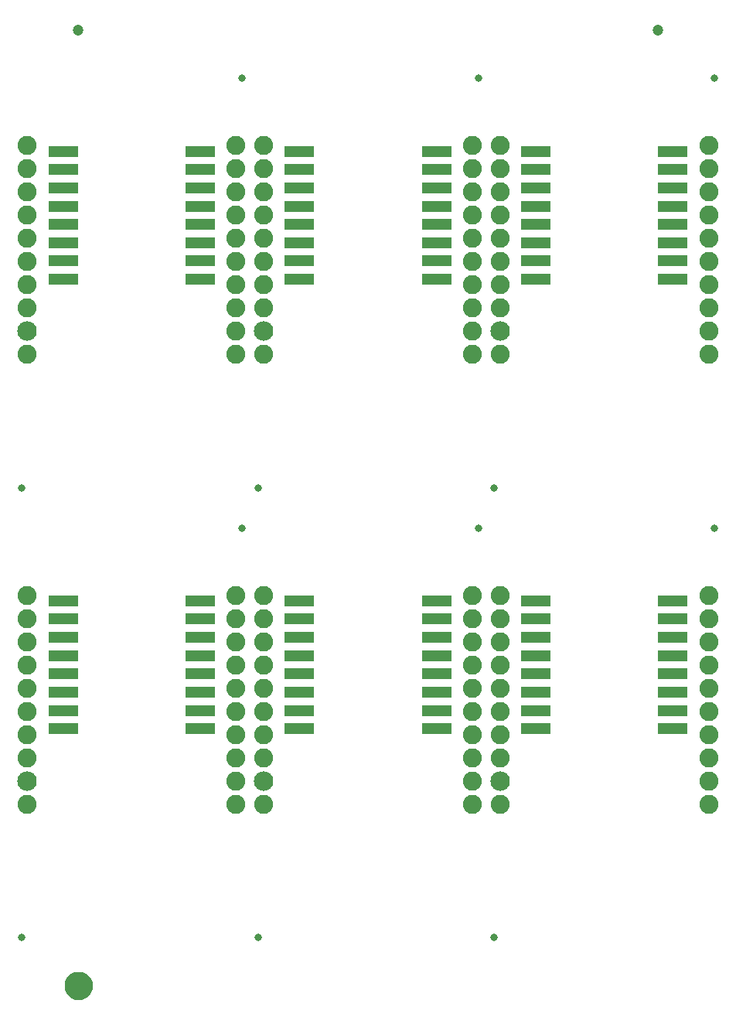
<source format=gbs>
G75*
%MOIN*%
%OFA0B0*%
%FSLAX25Y25*%
%IPPOS*%
%LPD*%
%AMOC8*
5,1,8,0,0,1.08239X$1,22.5*
%
%ADD10C,0.08400*%
%ADD11R,0.12611X0.04737*%
%ADD12C,0.08200*%
%ADD13C,0.03300*%
%ADD14C,0.04737*%
%ADD15C,0.05000*%
%ADD16C,0.06706*%
D10*
X0033500Y0108750D03*
X0135421Y0108750D03*
X0237342Y0108750D03*
X0237342Y0302451D03*
X0135421Y0302451D03*
X0033500Y0302451D03*
D11*
X0048972Y0324892D03*
X0048972Y0332766D03*
X0048972Y0340640D03*
X0048972Y0348514D03*
X0048972Y0356388D03*
X0048972Y0364262D03*
X0048972Y0372136D03*
X0048972Y0380010D03*
X0108028Y0380010D03*
X0108028Y0372136D03*
X0108028Y0364262D03*
X0108028Y0356388D03*
X0108028Y0348514D03*
X0108028Y0340640D03*
X0108028Y0332766D03*
X0108028Y0324892D03*
X0150894Y0324892D03*
X0150894Y0332766D03*
X0150894Y0340640D03*
X0150894Y0348514D03*
X0150894Y0356388D03*
X0150894Y0364262D03*
X0150894Y0372136D03*
X0150894Y0380010D03*
X0209949Y0380010D03*
X0209949Y0372136D03*
X0209949Y0364262D03*
X0209949Y0356388D03*
X0209949Y0348514D03*
X0209949Y0340640D03*
X0209949Y0332766D03*
X0209949Y0324892D03*
X0252815Y0324892D03*
X0252815Y0332766D03*
X0252815Y0340640D03*
X0252815Y0348514D03*
X0252815Y0356388D03*
X0252815Y0364262D03*
X0252815Y0372136D03*
X0252815Y0380010D03*
X0311870Y0380010D03*
X0311870Y0372136D03*
X0311870Y0364262D03*
X0311870Y0356388D03*
X0311870Y0348514D03*
X0311870Y0340640D03*
X0311870Y0332766D03*
X0311870Y0324892D03*
X0311870Y0186309D03*
X0311870Y0178435D03*
X0311870Y0170561D03*
X0311870Y0162687D03*
X0311870Y0154813D03*
X0311870Y0146939D03*
X0311870Y0139065D03*
X0311870Y0131191D03*
X0252815Y0131191D03*
X0252815Y0139065D03*
X0252815Y0146939D03*
X0252815Y0154813D03*
X0252815Y0162687D03*
X0252815Y0170561D03*
X0252815Y0178435D03*
X0252815Y0186309D03*
X0209949Y0186309D03*
X0209949Y0178435D03*
X0209949Y0170561D03*
X0209949Y0162687D03*
X0209949Y0154813D03*
X0209949Y0146939D03*
X0209949Y0139065D03*
X0209949Y0131191D03*
X0150894Y0131191D03*
X0150894Y0139065D03*
X0150894Y0146939D03*
X0150894Y0154813D03*
X0150894Y0162687D03*
X0150894Y0170561D03*
X0150894Y0178435D03*
X0150894Y0186309D03*
X0108028Y0186309D03*
X0108028Y0178435D03*
X0108028Y0170561D03*
X0108028Y0162687D03*
X0108028Y0154813D03*
X0108028Y0146939D03*
X0108028Y0139065D03*
X0108028Y0131191D03*
X0048972Y0131191D03*
X0048972Y0139065D03*
X0048972Y0146939D03*
X0048972Y0154813D03*
X0048972Y0162687D03*
X0048972Y0170561D03*
X0048972Y0178435D03*
X0048972Y0186309D03*
D12*
X0033500Y0188750D03*
X0033500Y0178750D03*
X0033500Y0168750D03*
X0033500Y0158750D03*
X0033500Y0148750D03*
X0033500Y0138750D03*
X0033500Y0128750D03*
X0033500Y0118750D03*
X0033500Y0098750D03*
X0123500Y0098750D03*
X0123500Y0108750D03*
X0123500Y0118750D03*
X0123500Y0128750D03*
X0123500Y0138750D03*
X0123500Y0148750D03*
X0123500Y0158750D03*
X0123500Y0168750D03*
X0123500Y0178750D03*
X0123500Y0188750D03*
X0135421Y0188750D03*
X0135421Y0178750D03*
X0135421Y0168750D03*
X0135421Y0158750D03*
X0135421Y0148750D03*
X0135421Y0138750D03*
X0135421Y0128750D03*
X0135421Y0118750D03*
X0135421Y0098750D03*
X0225421Y0098750D03*
X0225421Y0108750D03*
X0225421Y0118750D03*
X0225421Y0128750D03*
X0225421Y0138750D03*
X0225421Y0148750D03*
X0225421Y0158750D03*
X0225421Y0168750D03*
X0225421Y0178750D03*
X0225421Y0188750D03*
X0237342Y0188750D03*
X0237342Y0178750D03*
X0237342Y0168750D03*
X0237342Y0158750D03*
X0237342Y0148750D03*
X0237342Y0138750D03*
X0237342Y0128750D03*
X0237342Y0118750D03*
X0237342Y0098750D03*
X0327342Y0098750D03*
X0327342Y0108750D03*
X0327342Y0118750D03*
X0327342Y0128750D03*
X0327342Y0138750D03*
X0327342Y0148750D03*
X0327342Y0158750D03*
X0327342Y0168750D03*
X0327342Y0178750D03*
X0327342Y0188750D03*
X0327342Y0292451D03*
X0327342Y0302451D03*
X0327342Y0312451D03*
X0327342Y0322451D03*
X0327342Y0332451D03*
X0327342Y0342451D03*
X0327342Y0352451D03*
X0327342Y0362451D03*
X0327342Y0372451D03*
X0327342Y0382451D03*
X0237342Y0382451D03*
X0237342Y0372451D03*
X0237342Y0362451D03*
X0237342Y0352451D03*
X0237342Y0342451D03*
X0237342Y0332451D03*
X0237342Y0322451D03*
X0237342Y0312451D03*
X0225421Y0312451D03*
X0225421Y0322451D03*
X0225421Y0332451D03*
X0225421Y0342451D03*
X0225421Y0352451D03*
X0225421Y0362451D03*
X0225421Y0372451D03*
X0225421Y0382451D03*
X0225421Y0302451D03*
X0225421Y0292451D03*
X0237342Y0292451D03*
X0135421Y0292451D03*
X0123500Y0292451D03*
X0123500Y0302451D03*
X0123500Y0312451D03*
X0123500Y0322451D03*
X0123500Y0332451D03*
X0123500Y0342451D03*
X0123500Y0352451D03*
X0123500Y0362451D03*
X0123500Y0372451D03*
X0123500Y0382451D03*
X0135421Y0382451D03*
X0135421Y0372451D03*
X0135421Y0362451D03*
X0135421Y0352451D03*
X0135421Y0342451D03*
X0135421Y0332451D03*
X0135421Y0322451D03*
X0135421Y0312451D03*
X0033500Y0312451D03*
X0033500Y0322451D03*
X0033500Y0332451D03*
X0033500Y0342451D03*
X0033500Y0352451D03*
X0033500Y0362451D03*
X0033500Y0372451D03*
X0033500Y0382451D03*
X0033500Y0292451D03*
D13*
X0031000Y0041250D03*
X0132921Y0041250D03*
X0234842Y0041250D03*
X0227921Y0217750D03*
X0234842Y0234951D03*
X0329842Y0217750D03*
X0329842Y0411451D03*
X0227921Y0411451D03*
X0126000Y0411451D03*
X0132921Y0234951D03*
X0126000Y0217750D03*
X0031000Y0234951D03*
D14*
X0055500Y0432402D03*
X0305264Y0432402D03*
D15*
X0051935Y0020500D02*
X0051937Y0020619D01*
X0051943Y0020738D01*
X0051953Y0020857D01*
X0051967Y0020975D01*
X0051985Y0021093D01*
X0052006Y0021210D01*
X0052032Y0021326D01*
X0052062Y0021442D01*
X0052095Y0021556D01*
X0052132Y0021669D01*
X0052173Y0021781D01*
X0052218Y0021892D01*
X0052266Y0022001D01*
X0052318Y0022108D01*
X0052374Y0022213D01*
X0052433Y0022317D01*
X0052495Y0022418D01*
X0052561Y0022518D01*
X0052630Y0022615D01*
X0052702Y0022709D01*
X0052778Y0022802D01*
X0052856Y0022891D01*
X0052937Y0022978D01*
X0053022Y0023063D01*
X0053109Y0023144D01*
X0053198Y0023222D01*
X0053291Y0023298D01*
X0053385Y0023370D01*
X0053482Y0023439D01*
X0053582Y0023505D01*
X0053683Y0023567D01*
X0053787Y0023626D01*
X0053892Y0023682D01*
X0053999Y0023734D01*
X0054108Y0023782D01*
X0054219Y0023827D01*
X0054331Y0023868D01*
X0054444Y0023905D01*
X0054558Y0023938D01*
X0054674Y0023968D01*
X0054790Y0023994D01*
X0054907Y0024015D01*
X0055025Y0024033D01*
X0055143Y0024047D01*
X0055262Y0024057D01*
X0055381Y0024063D01*
X0055500Y0024065D01*
X0055619Y0024063D01*
X0055738Y0024057D01*
X0055857Y0024047D01*
X0055975Y0024033D01*
X0056093Y0024015D01*
X0056210Y0023994D01*
X0056326Y0023968D01*
X0056442Y0023938D01*
X0056556Y0023905D01*
X0056669Y0023868D01*
X0056781Y0023827D01*
X0056892Y0023782D01*
X0057001Y0023734D01*
X0057108Y0023682D01*
X0057213Y0023626D01*
X0057317Y0023567D01*
X0057418Y0023505D01*
X0057518Y0023439D01*
X0057615Y0023370D01*
X0057709Y0023298D01*
X0057802Y0023222D01*
X0057891Y0023144D01*
X0057978Y0023063D01*
X0058063Y0022978D01*
X0058144Y0022891D01*
X0058222Y0022802D01*
X0058298Y0022709D01*
X0058370Y0022615D01*
X0058439Y0022518D01*
X0058505Y0022418D01*
X0058567Y0022317D01*
X0058626Y0022213D01*
X0058682Y0022108D01*
X0058734Y0022001D01*
X0058782Y0021892D01*
X0058827Y0021781D01*
X0058868Y0021669D01*
X0058905Y0021556D01*
X0058938Y0021442D01*
X0058968Y0021326D01*
X0058994Y0021210D01*
X0059015Y0021093D01*
X0059033Y0020975D01*
X0059047Y0020857D01*
X0059057Y0020738D01*
X0059063Y0020619D01*
X0059065Y0020500D01*
X0059063Y0020381D01*
X0059057Y0020262D01*
X0059047Y0020143D01*
X0059033Y0020025D01*
X0059015Y0019907D01*
X0058994Y0019790D01*
X0058968Y0019674D01*
X0058938Y0019558D01*
X0058905Y0019444D01*
X0058868Y0019331D01*
X0058827Y0019219D01*
X0058782Y0019108D01*
X0058734Y0018999D01*
X0058682Y0018892D01*
X0058626Y0018787D01*
X0058567Y0018683D01*
X0058505Y0018582D01*
X0058439Y0018482D01*
X0058370Y0018385D01*
X0058298Y0018291D01*
X0058222Y0018198D01*
X0058144Y0018109D01*
X0058063Y0018022D01*
X0057978Y0017937D01*
X0057891Y0017856D01*
X0057802Y0017778D01*
X0057709Y0017702D01*
X0057615Y0017630D01*
X0057518Y0017561D01*
X0057418Y0017495D01*
X0057317Y0017433D01*
X0057213Y0017374D01*
X0057108Y0017318D01*
X0057001Y0017266D01*
X0056892Y0017218D01*
X0056781Y0017173D01*
X0056669Y0017132D01*
X0056556Y0017095D01*
X0056442Y0017062D01*
X0056326Y0017032D01*
X0056210Y0017006D01*
X0056093Y0016985D01*
X0055975Y0016967D01*
X0055857Y0016953D01*
X0055738Y0016943D01*
X0055619Y0016937D01*
X0055500Y0016935D01*
X0055381Y0016937D01*
X0055262Y0016943D01*
X0055143Y0016953D01*
X0055025Y0016967D01*
X0054907Y0016985D01*
X0054790Y0017006D01*
X0054674Y0017032D01*
X0054558Y0017062D01*
X0054444Y0017095D01*
X0054331Y0017132D01*
X0054219Y0017173D01*
X0054108Y0017218D01*
X0053999Y0017266D01*
X0053892Y0017318D01*
X0053787Y0017374D01*
X0053683Y0017433D01*
X0053582Y0017495D01*
X0053482Y0017561D01*
X0053385Y0017630D01*
X0053291Y0017702D01*
X0053198Y0017778D01*
X0053109Y0017856D01*
X0053022Y0017937D01*
X0052937Y0018022D01*
X0052856Y0018109D01*
X0052778Y0018198D01*
X0052702Y0018291D01*
X0052630Y0018385D01*
X0052561Y0018482D01*
X0052495Y0018582D01*
X0052433Y0018683D01*
X0052374Y0018787D01*
X0052318Y0018892D01*
X0052266Y0018999D01*
X0052218Y0019108D01*
X0052173Y0019219D01*
X0052132Y0019331D01*
X0052095Y0019444D01*
X0052062Y0019558D01*
X0052032Y0019674D01*
X0052006Y0019790D01*
X0051985Y0019907D01*
X0051967Y0020025D01*
X0051953Y0020143D01*
X0051943Y0020262D01*
X0051937Y0020381D01*
X0051935Y0020500D01*
D16*
X0055500Y0020500D03*
M02*

</source>
